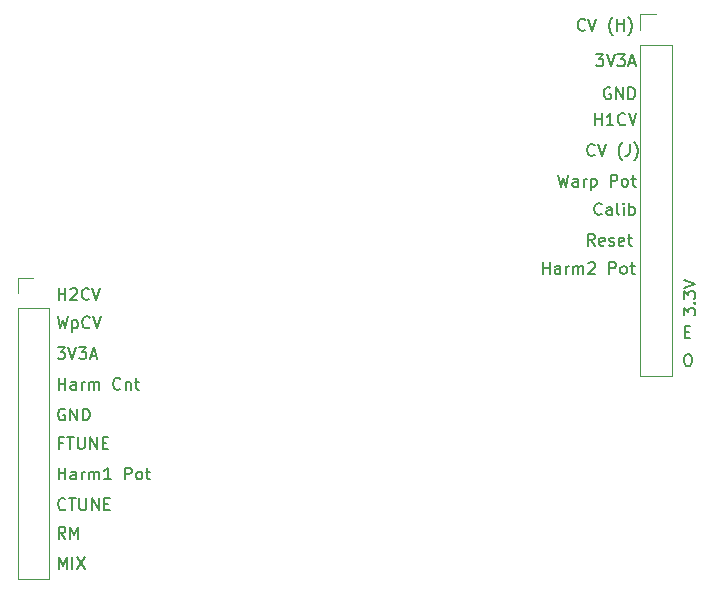
<source format=gbr>
G04 #@! TF.GenerationSoftware,KiCad,Pcbnew,(5.1.5)-3*
G04 #@! TF.CreationDate,2020-05-14T10:55:58+01:00*
G04 #@! TF.ProjectId,AddaTone Controls,41646461-546f-46e6-9520-436f6e74726f,rev?*
G04 #@! TF.SameCoordinates,Original*
G04 #@! TF.FileFunction,Legend,Top*
G04 #@! TF.FilePolarity,Positive*
%FSLAX46Y46*%
G04 Gerber Fmt 4.6, Leading zero omitted, Abs format (unit mm)*
G04 Created by KiCad (PCBNEW (5.1.5)-3) date 2020-05-14 10:55:58*
%MOMM*%
%LPD*%
G04 APERTURE LIST*
%ADD10C,0.150000*%
%ADD11C,0.120000*%
G04 APERTURE END LIST*
D10*
X104935595Y-102852380D02*
X104935595Y-101852380D01*
X104935595Y-102328571D02*
X105507023Y-102328571D01*
X105507023Y-102852380D02*
X105507023Y-101852380D01*
X105935595Y-101947619D02*
X105983214Y-101900000D01*
X106078452Y-101852380D01*
X106316547Y-101852380D01*
X106411785Y-101900000D01*
X106459404Y-101947619D01*
X106507023Y-102042857D01*
X106507023Y-102138095D01*
X106459404Y-102280952D01*
X105887976Y-102852380D01*
X106507023Y-102852380D01*
X107507023Y-102757142D02*
X107459404Y-102804761D01*
X107316547Y-102852380D01*
X107221309Y-102852380D01*
X107078452Y-102804761D01*
X106983214Y-102709523D01*
X106935595Y-102614285D01*
X106887976Y-102423809D01*
X106887976Y-102280952D01*
X106935595Y-102090476D01*
X106983214Y-101995238D01*
X107078452Y-101900000D01*
X107221309Y-101852380D01*
X107316547Y-101852380D01*
X107459404Y-101900000D01*
X107507023Y-101947619D01*
X107792738Y-101852380D02*
X108126071Y-102852380D01*
X108459404Y-101852380D01*
X147240357Y-92252380D02*
X147478452Y-93252380D01*
X147668928Y-92538095D01*
X147859404Y-93252380D01*
X148097500Y-92252380D01*
X148907023Y-93252380D02*
X148907023Y-92728571D01*
X148859404Y-92633333D01*
X148764166Y-92585714D01*
X148573690Y-92585714D01*
X148478452Y-92633333D01*
X148907023Y-93204761D02*
X148811785Y-93252380D01*
X148573690Y-93252380D01*
X148478452Y-93204761D01*
X148430833Y-93109523D01*
X148430833Y-93014285D01*
X148478452Y-92919047D01*
X148573690Y-92871428D01*
X148811785Y-92871428D01*
X148907023Y-92823809D01*
X149383214Y-93252380D02*
X149383214Y-92585714D01*
X149383214Y-92776190D02*
X149430833Y-92680952D01*
X149478452Y-92633333D01*
X149573690Y-92585714D01*
X149668928Y-92585714D01*
X150002261Y-92585714D02*
X150002261Y-93585714D01*
X150002261Y-92633333D02*
X150097500Y-92585714D01*
X150287976Y-92585714D01*
X150383214Y-92633333D01*
X150430833Y-92680952D01*
X150478452Y-92776190D01*
X150478452Y-93061904D01*
X150430833Y-93157142D01*
X150383214Y-93204761D01*
X150287976Y-93252380D01*
X150097500Y-93252380D01*
X150002261Y-93204761D01*
X151668928Y-93252380D02*
X151668928Y-92252380D01*
X152049880Y-92252380D01*
X152145119Y-92300000D01*
X152192738Y-92347619D01*
X152240357Y-92442857D01*
X152240357Y-92585714D01*
X152192738Y-92680952D01*
X152145119Y-92728571D01*
X152049880Y-92776190D01*
X151668928Y-92776190D01*
X152811785Y-93252380D02*
X152716547Y-93204761D01*
X152668928Y-93157142D01*
X152621309Y-93061904D01*
X152621309Y-92776190D01*
X152668928Y-92680952D01*
X152716547Y-92633333D01*
X152811785Y-92585714D01*
X152954642Y-92585714D01*
X153049880Y-92633333D01*
X153097500Y-92680952D01*
X153145119Y-92776190D01*
X153145119Y-93061904D01*
X153097500Y-93157142D01*
X153049880Y-93204761D01*
X152954642Y-93252380D01*
X152811785Y-93252380D01*
X153430833Y-92585714D02*
X153811785Y-92585714D01*
X153573690Y-92252380D02*
X153573690Y-93109523D01*
X153621309Y-93204761D01*
X153716547Y-93252380D01*
X153811785Y-93252380D01*
X104840357Y-106852380D02*
X105459404Y-106852380D01*
X105126071Y-107233333D01*
X105268928Y-107233333D01*
X105364166Y-107280952D01*
X105411785Y-107328571D01*
X105459404Y-107423809D01*
X105459404Y-107661904D01*
X105411785Y-107757142D01*
X105364166Y-107804761D01*
X105268928Y-107852380D01*
X104983214Y-107852380D01*
X104887976Y-107804761D01*
X104840357Y-107757142D01*
X105745119Y-106852380D02*
X106078452Y-107852380D01*
X106411785Y-106852380D01*
X106649880Y-106852380D02*
X107268928Y-106852380D01*
X106935595Y-107233333D01*
X107078452Y-107233333D01*
X107173690Y-107280952D01*
X107221309Y-107328571D01*
X107268928Y-107423809D01*
X107268928Y-107661904D01*
X107221309Y-107757142D01*
X107173690Y-107804761D01*
X107078452Y-107852380D01*
X106792738Y-107852380D01*
X106697500Y-107804761D01*
X106649880Y-107757142D01*
X107649880Y-107566666D02*
X108126071Y-107566666D01*
X107554642Y-107852380D02*
X107887976Y-106852380D01*
X108221309Y-107852380D01*
X104935595Y-125652380D02*
X104935595Y-124652380D01*
X105268928Y-125366666D01*
X105602261Y-124652380D01*
X105602261Y-125652380D01*
X106078452Y-125652380D02*
X106078452Y-124652380D01*
X106459404Y-124652380D02*
X107126071Y-125652380D01*
X107126071Y-124652380D02*
X106459404Y-125652380D01*
X105507023Y-123052380D02*
X105173690Y-122576190D01*
X104935595Y-123052380D02*
X104935595Y-122052380D01*
X105316547Y-122052380D01*
X105411785Y-122100000D01*
X105459404Y-122147619D01*
X105507023Y-122242857D01*
X105507023Y-122385714D01*
X105459404Y-122480952D01*
X105411785Y-122528571D01*
X105316547Y-122576190D01*
X104935595Y-122576190D01*
X105935595Y-123052380D02*
X105935595Y-122052380D01*
X106268928Y-122766666D01*
X106602261Y-122052380D01*
X106602261Y-123052380D01*
X105507023Y-120557142D02*
X105459404Y-120604761D01*
X105316547Y-120652380D01*
X105221309Y-120652380D01*
X105078452Y-120604761D01*
X104983214Y-120509523D01*
X104935595Y-120414285D01*
X104887976Y-120223809D01*
X104887976Y-120080952D01*
X104935595Y-119890476D01*
X104983214Y-119795238D01*
X105078452Y-119700000D01*
X105221309Y-119652380D01*
X105316547Y-119652380D01*
X105459404Y-119700000D01*
X105507023Y-119747619D01*
X105792738Y-119652380D02*
X106364166Y-119652380D01*
X106078452Y-120652380D02*
X106078452Y-119652380D01*
X106697500Y-119652380D02*
X106697500Y-120461904D01*
X106745119Y-120557142D01*
X106792738Y-120604761D01*
X106887976Y-120652380D01*
X107078452Y-120652380D01*
X107173690Y-120604761D01*
X107221309Y-120557142D01*
X107268928Y-120461904D01*
X107268928Y-119652380D01*
X107745119Y-120652380D02*
X107745119Y-119652380D01*
X108316547Y-120652380D01*
X108316547Y-119652380D01*
X108792738Y-120128571D02*
X109126071Y-120128571D01*
X109268928Y-120652380D02*
X108792738Y-120652380D01*
X108792738Y-119652380D01*
X109268928Y-119652380D01*
X104935595Y-118052380D02*
X104935595Y-117052380D01*
X104935595Y-117528571D02*
X105507023Y-117528571D01*
X105507023Y-118052380D02*
X105507023Y-117052380D01*
X106411785Y-118052380D02*
X106411785Y-117528571D01*
X106364166Y-117433333D01*
X106268928Y-117385714D01*
X106078452Y-117385714D01*
X105983214Y-117433333D01*
X106411785Y-118004761D02*
X106316547Y-118052380D01*
X106078452Y-118052380D01*
X105983214Y-118004761D01*
X105935595Y-117909523D01*
X105935595Y-117814285D01*
X105983214Y-117719047D01*
X106078452Y-117671428D01*
X106316547Y-117671428D01*
X106411785Y-117623809D01*
X106887976Y-118052380D02*
X106887976Y-117385714D01*
X106887976Y-117576190D02*
X106935595Y-117480952D01*
X106983214Y-117433333D01*
X107078452Y-117385714D01*
X107173690Y-117385714D01*
X107507023Y-118052380D02*
X107507023Y-117385714D01*
X107507023Y-117480952D02*
X107554642Y-117433333D01*
X107649880Y-117385714D01*
X107792738Y-117385714D01*
X107887976Y-117433333D01*
X107935595Y-117528571D01*
X107935595Y-118052380D01*
X107935595Y-117528571D02*
X107983214Y-117433333D01*
X108078452Y-117385714D01*
X108221309Y-117385714D01*
X108316547Y-117433333D01*
X108364166Y-117528571D01*
X108364166Y-118052380D01*
X109364166Y-118052380D02*
X108792738Y-118052380D01*
X109078452Y-118052380D02*
X109078452Y-117052380D01*
X108983214Y-117195238D01*
X108887976Y-117290476D01*
X108792738Y-117338095D01*
X110554642Y-118052380D02*
X110554642Y-117052380D01*
X110935595Y-117052380D01*
X111030833Y-117100000D01*
X111078452Y-117147619D01*
X111126071Y-117242857D01*
X111126071Y-117385714D01*
X111078452Y-117480952D01*
X111030833Y-117528571D01*
X110935595Y-117576190D01*
X110554642Y-117576190D01*
X111697500Y-118052380D02*
X111602261Y-118004761D01*
X111554642Y-117957142D01*
X111507023Y-117861904D01*
X111507023Y-117576190D01*
X111554642Y-117480952D01*
X111602261Y-117433333D01*
X111697500Y-117385714D01*
X111840357Y-117385714D01*
X111935595Y-117433333D01*
X111983214Y-117480952D01*
X112030833Y-117576190D01*
X112030833Y-117861904D01*
X111983214Y-117957142D01*
X111935595Y-118004761D01*
X111840357Y-118052380D01*
X111697500Y-118052380D01*
X112316547Y-117385714D02*
X112697500Y-117385714D01*
X112459404Y-117052380D02*
X112459404Y-117909523D01*
X112507023Y-118004761D01*
X112602261Y-118052380D01*
X112697500Y-118052380D01*
X105268928Y-114928571D02*
X104935595Y-114928571D01*
X104935595Y-115452380D02*
X104935595Y-114452380D01*
X105411785Y-114452380D01*
X105649880Y-114452380D02*
X106221309Y-114452380D01*
X105935595Y-115452380D02*
X105935595Y-114452380D01*
X106554642Y-114452380D02*
X106554642Y-115261904D01*
X106602261Y-115357142D01*
X106649880Y-115404761D01*
X106745119Y-115452380D01*
X106935595Y-115452380D01*
X107030833Y-115404761D01*
X107078452Y-115357142D01*
X107126071Y-115261904D01*
X107126071Y-114452380D01*
X107602261Y-115452380D02*
X107602261Y-114452380D01*
X108173690Y-115452380D01*
X108173690Y-114452380D01*
X108649880Y-114928571D02*
X108983214Y-114928571D01*
X109126071Y-115452380D02*
X108649880Y-115452380D01*
X108649880Y-114452380D01*
X109126071Y-114452380D01*
X105459404Y-112100000D02*
X105364166Y-112052380D01*
X105221309Y-112052380D01*
X105078452Y-112100000D01*
X104983214Y-112195238D01*
X104935595Y-112290476D01*
X104887976Y-112480952D01*
X104887976Y-112623809D01*
X104935595Y-112814285D01*
X104983214Y-112909523D01*
X105078452Y-113004761D01*
X105221309Y-113052380D01*
X105316547Y-113052380D01*
X105459404Y-113004761D01*
X105507023Y-112957142D01*
X105507023Y-112623809D01*
X105316547Y-112623809D01*
X105935595Y-113052380D02*
X105935595Y-112052380D01*
X106507023Y-113052380D01*
X106507023Y-112052380D01*
X106983214Y-113052380D02*
X106983214Y-112052380D01*
X107221309Y-112052380D01*
X107364166Y-112100000D01*
X107459404Y-112195238D01*
X107507023Y-112290476D01*
X107554642Y-112480952D01*
X107554642Y-112623809D01*
X107507023Y-112814285D01*
X107459404Y-112909523D01*
X107364166Y-113004761D01*
X107221309Y-113052380D01*
X106983214Y-113052380D01*
X104935595Y-110452380D02*
X104935595Y-109452380D01*
X104935595Y-109928571D02*
X105507023Y-109928571D01*
X105507023Y-110452380D02*
X105507023Y-109452380D01*
X106411785Y-110452380D02*
X106411785Y-109928571D01*
X106364166Y-109833333D01*
X106268928Y-109785714D01*
X106078452Y-109785714D01*
X105983214Y-109833333D01*
X106411785Y-110404761D02*
X106316547Y-110452380D01*
X106078452Y-110452380D01*
X105983214Y-110404761D01*
X105935595Y-110309523D01*
X105935595Y-110214285D01*
X105983214Y-110119047D01*
X106078452Y-110071428D01*
X106316547Y-110071428D01*
X106411785Y-110023809D01*
X106887976Y-110452380D02*
X106887976Y-109785714D01*
X106887976Y-109976190D02*
X106935595Y-109880952D01*
X106983214Y-109833333D01*
X107078452Y-109785714D01*
X107173690Y-109785714D01*
X107507023Y-110452380D02*
X107507023Y-109785714D01*
X107507023Y-109880952D02*
X107554642Y-109833333D01*
X107649880Y-109785714D01*
X107792738Y-109785714D01*
X107887976Y-109833333D01*
X107935595Y-109928571D01*
X107935595Y-110452380D01*
X107935595Y-109928571D02*
X107983214Y-109833333D01*
X108078452Y-109785714D01*
X108221309Y-109785714D01*
X108316547Y-109833333D01*
X108364166Y-109928571D01*
X108364166Y-110452380D01*
X110173690Y-110357142D02*
X110126071Y-110404761D01*
X109983214Y-110452380D01*
X109887976Y-110452380D01*
X109745119Y-110404761D01*
X109649880Y-110309523D01*
X109602261Y-110214285D01*
X109554642Y-110023809D01*
X109554642Y-109880952D01*
X109602261Y-109690476D01*
X109649880Y-109595238D01*
X109745119Y-109500000D01*
X109887976Y-109452380D01*
X109983214Y-109452380D01*
X110126071Y-109500000D01*
X110173690Y-109547619D01*
X110602261Y-109785714D02*
X110602261Y-110452380D01*
X110602261Y-109880952D02*
X110649880Y-109833333D01*
X110745119Y-109785714D01*
X110887976Y-109785714D01*
X110983214Y-109833333D01*
X111030833Y-109928571D01*
X111030833Y-110452380D01*
X111364166Y-109785714D02*
X111745119Y-109785714D01*
X111507023Y-109452380D02*
X111507023Y-110309523D01*
X111554642Y-110404761D01*
X111649880Y-110452380D01*
X111745119Y-110452380D01*
X158126071Y-107452380D02*
X158316547Y-107452380D01*
X158411785Y-107500000D01*
X158507023Y-107595238D01*
X158554642Y-107785714D01*
X158554642Y-108119047D01*
X158507023Y-108309523D01*
X158411785Y-108404761D01*
X158316547Y-108452380D01*
X158126071Y-108452380D01*
X158030833Y-108404761D01*
X157935595Y-108309523D01*
X157887976Y-108119047D01*
X157887976Y-107785714D01*
X157935595Y-107595238D01*
X158030833Y-107500000D01*
X158126071Y-107452380D01*
X157935595Y-105528571D02*
X158268928Y-105528571D01*
X158411785Y-106052380D02*
X157935595Y-106052380D01*
X157935595Y-105052380D01*
X158411785Y-105052380D01*
X150907023Y-95557142D02*
X150859404Y-95604761D01*
X150716547Y-95652380D01*
X150621309Y-95652380D01*
X150478452Y-95604761D01*
X150383214Y-95509523D01*
X150335595Y-95414285D01*
X150287976Y-95223809D01*
X150287976Y-95080952D01*
X150335595Y-94890476D01*
X150383214Y-94795238D01*
X150478452Y-94700000D01*
X150621309Y-94652380D01*
X150716547Y-94652380D01*
X150859404Y-94700000D01*
X150907023Y-94747619D01*
X151764166Y-95652380D02*
X151764166Y-95128571D01*
X151716547Y-95033333D01*
X151621309Y-94985714D01*
X151430833Y-94985714D01*
X151335595Y-95033333D01*
X151764166Y-95604761D02*
X151668928Y-95652380D01*
X151430833Y-95652380D01*
X151335595Y-95604761D01*
X151287976Y-95509523D01*
X151287976Y-95414285D01*
X151335595Y-95319047D01*
X151430833Y-95271428D01*
X151668928Y-95271428D01*
X151764166Y-95223809D01*
X152383214Y-95652380D02*
X152287976Y-95604761D01*
X152240357Y-95509523D01*
X152240357Y-94652380D01*
X152764166Y-95652380D02*
X152764166Y-94985714D01*
X152764166Y-94652380D02*
X152716547Y-94700000D01*
X152764166Y-94747619D01*
X152811785Y-94700000D01*
X152764166Y-94652380D01*
X152764166Y-94747619D01*
X153240357Y-95652380D02*
X153240357Y-94652380D01*
X153240357Y-95033333D02*
X153335595Y-94985714D01*
X153526071Y-94985714D01*
X153621309Y-95033333D01*
X153668928Y-95080952D01*
X153716547Y-95176190D01*
X153716547Y-95461904D01*
X153668928Y-95557142D01*
X153621309Y-95604761D01*
X153526071Y-95652380D01*
X153335595Y-95652380D01*
X153240357Y-95604761D01*
X145935595Y-100652380D02*
X145935595Y-99652380D01*
X145935595Y-100128571D02*
X146507023Y-100128571D01*
X146507023Y-100652380D02*
X146507023Y-99652380D01*
X147411785Y-100652380D02*
X147411785Y-100128571D01*
X147364166Y-100033333D01*
X147268928Y-99985714D01*
X147078452Y-99985714D01*
X146983214Y-100033333D01*
X147411785Y-100604761D02*
X147316547Y-100652380D01*
X147078452Y-100652380D01*
X146983214Y-100604761D01*
X146935595Y-100509523D01*
X146935595Y-100414285D01*
X146983214Y-100319047D01*
X147078452Y-100271428D01*
X147316547Y-100271428D01*
X147411785Y-100223809D01*
X147887976Y-100652380D02*
X147887976Y-99985714D01*
X147887976Y-100176190D02*
X147935595Y-100080952D01*
X147983214Y-100033333D01*
X148078452Y-99985714D01*
X148173690Y-99985714D01*
X148507023Y-100652380D02*
X148507023Y-99985714D01*
X148507023Y-100080952D02*
X148554642Y-100033333D01*
X148649880Y-99985714D01*
X148792738Y-99985714D01*
X148887976Y-100033333D01*
X148935595Y-100128571D01*
X148935595Y-100652380D01*
X148935595Y-100128571D02*
X148983214Y-100033333D01*
X149078452Y-99985714D01*
X149221309Y-99985714D01*
X149316547Y-100033333D01*
X149364166Y-100128571D01*
X149364166Y-100652380D01*
X149792738Y-99747619D02*
X149840357Y-99700000D01*
X149935595Y-99652380D01*
X150173690Y-99652380D01*
X150268928Y-99700000D01*
X150316547Y-99747619D01*
X150364166Y-99842857D01*
X150364166Y-99938095D01*
X150316547Y-100080952D01*
X149745119Y-100652380D01*
X150364166Y-100652380D01*
X151554642Y-100652380D02*
X151554642Y-99652380D01*
X151935595Y-99652380D01*
X152030833Y-99700000D01*
X152078452Y-99747619D01*
X152126071Y-99842857D01*
X152126071Y-99985714D01*
X152078452Y-100080952D01*
X152030833Y-100128571D01*
X151935595Y-100176190D01*
X151554642Y-100176190D01*
X152697500Y-100652380D02*
X152602261Y-100604761D01*
X152554642Y-100557142D01*
X152507023Y-100461904D01*
X152507023Y-100176190D01*
X152554642Y-100080952D01*
X152602261Y-100033333D01*
X152697500Y-99985714D01*
X152840357Y-99985714D01*
X152935595Y-100033333D01*
X152983214Y-100080952D01*
X153030833Y-100176190D01*
X153030833Y-100461904D01*
X152983214Y-100557142D01*
X152935595Y-100604761D01*
X152840357Y-100652380D01*
X152697500Y-100652380D01*
X153316547Y-99985714D02*
X153697500Y-99985714D01*
X153459404Y-99652380D02*
X153459404Y-100509523D01*
X153507023Y-100604761D01*
X153602261Y-100652380D01*
X153697500Y-100652380D01*
X150307023Y-98252380D02*
X149973690Y-97776190D01*
X149735595Y-98252380D02*
X149735595Y-97252380D01*
X150116547Y-97252380D01*
X150211785Y-97300000D01*
X150259404Y-97347619D01*
X150307023Y-97442857D01*
X150307023Y-97585714D01*
X150259404Y-97680952D01*
X150211785Y-97728571D01*
X150116547Y-97776190D01*
X149735595Y-97776190D01*
X151116547Y-98204761D02*
X151021309Y-98252380D01*
X150830833Y-98252380D01*
X150735595Y-98204761D01*
X150687976Y-98109523D01*
X150687976Y-97728571D01*
X150735595Y-97633333D01*
X150830833Y-97585714D01*
X151021309Y-97585714D01*
X151116547Y-97633333D01*
X151164166Y-97728571D01*
X151164166Y-97823809D01*
X150687976Y-97919047D01*
X151545119Y-98204761D02*
X151640357Y-98252380D01*
X151830833Y-98252380D01*
X151926071Y-98204761D01*
X151973690Y-98109523D01*
X151973690Y-98061904D01*
X151926071Y-97966666D01*
X151830833Y-97919047D01*
X151687976Y-97919047D01*
X151592738Y-97871428D01*
X151545119Y-97776190D01*
X151545119Y-97728571D01*
X151592738Y-97633333D01*
X151687976Y-97585714D01*
X151830833Y-97585714D01*
X151926071Y-97633333D01*
X152783214Y-98204761D02*
X152687976Y-98252380D01*
X152497500Y-98252380D01*
X152402261Y-98204761D01*
X152354642Y-98109523D01*
X152354642Y-97728571D01*
X152402261Y-97633333D01*
X152497500Y-97585714D01*
X152687976Y-97585714D01*
X152783214Y-97633333D01*
X152830833Y-97728571D01*
X152830833Y-97823809D01*
X152354642Y-97919047D01*
X153116547Y-97585714D02*
X153497500Y-97585714D01*
X153259404Y-97252380D02*
X153259404Y-98109523D01*
X153307023Y-98204761D01*
X153402261Y-98252380D01*
X153497500Y-98252380D01*
X157852380Y-104159642D02*
X157852380Y-103540595D01*
X158233333Y-103873928D01*
X158233333Y-103731071D01*
X158280952Y-103635833D01*
X158328571Y-103588214D01*
X158423809Y-103540595D01*
X158661904Y-103540595D01*
X158757142Y-103588214D01*
X158804761Y-103635833D01*
X158852380Y-103731071D01*
X158852380Y-104016785D01*
X158804761Y-104112023D01*
X158757142Y-104159642D01*
X158757142Y-103112023D02*
X158804761Y-103064404D01*
X158852380Y-103112023D01*
X158804761Y-103159642D01*
X158757142Y-103112023D01*
X158852380Y-103112023D01*
X157852380Y-102731071D02*
X157852380Y-102112023D01*
X158233333Y-102445357D01*
X158233333Y-102302500D01*
X158280952Y-102207261D01*
X158328571Y-102159642D01*
X158423809Y-102112023D01*
X158661904Y-102112023D01*
X158757142Y-102159642D01*
X158804761Y-102207261D01*
X158852380Y-102302500D01*
X158852380Y-102588214D01*
X158804761Y-102683452D01*
X158757142Y-102731071D01*
X157852380Y-101826309D02*
X158852380Y-101492976D01*
X157852380Y-101159642D01*
X104840357Y-104252380D02*
X105078452Y-105252380D01*
X105268928Y-104538095D01*
X105459404Y-105252380D01*
X105697500Y-104252380D01*
X106078452Y-104585714D02*
X106078452Y-105585714D01*
X106078452Y-104633333D02*
X106173690Y-104585714D01*
X106364166Y-104585714D01*
X106459404Y-104633333D01*
X106507023Y-104680952D01*
X106554642Y-104776190D01*
X106554642Y-105061904D01*
X106507023Y-105157142D01*
X106459404Y-105204761D01*
X106364166Y-105252380D01*
X106173690Y-105252380D01*
X106078452Y-105204761D01*
X107554642Y-105157142D02*
X107507023Y-105204761D01*
X107364166Y-105252380D01*
X107268928Y-105252380D01*
X107126071Y-105204761D01*
X107030833Y-105109523D01*
X106983214Y-105014285D01*
X106935595Y-104823809D01*
X106935595Y-104680952D01*
X106983214Y-104490476D01*
X107030833Y-104395238D01*
X107126071Y-104300000D01*
X107268928Y-104252380D01*
X107364166Y-104252380D01*
X107507023Y-104300000D01*
X107554642Y-104347619D01*
X107840357Y-104252380D02*
X108173690Y-105252380D01*
X108507023Y-104252380D01*
X150307023Y-90557142D02*
X150259404Y-90604761D01*
X150116547Y-90652380D01*
X150021309Y-90652380D01*
X149878452Y-90604761D01*
X149783214Y-90509523D01*
X149735595Y-90414285D01*
X149687976Y-90223809D01*
X149687976Y-90080952D01*
X149735595Y-89890476D01*
X149783214Y-89795238D01*
X149878452Y-89700000D01*
X150021309Y-89652380D01*
X150116547Y-89652380D01*
X150259404Y-89700000D01*
X150307023Y-89747619D01*
X150592738Y-89652380D02*
X150926071Y-90652380D01*
X151259404Y-89652380D01*
X152640357Y-91033333D02*
X152592738Y-90985714D01*
X152497500Y-90842857D01*
X152449880Y-90747619D01*
X152402261Y-90604761D01*
X152354642Y-90366666D01*
X152354642Y-90176190D01*
X152402261Y-89938095D01*
X152449880Y-89795238D01*
X152497500Y-89700000D01*
X152592738Y-89557142D01*
X152640357Y-89509523D01*
X153307023Y-89652380D02*
X153307023Y-90366666D01*
X153259404Y-90509523D01*
X153164166Y-90604761D01*
X153021309Y-90652380D01*
X152926071Y-90652380D01*
X153687976Y-91033333D02*
X153735595Y-90985714D01*
X153830833Y-90842857D01*
X153878452Y-90747619D01*
X153926071Y-90604761D01*
X153973690Y-90366666D01*
X153973690Y-90176190D01*
X153926071Y-89938095D01*
X153878452Y-89795238D01*
X153830833Y-89700000D01*
X153735595Y-89557142D01*
X153687976Y-89509523D01*
X150335595Y-88052380D02*
X150335595Y-87052380D01*
X150335595Y-87528571D02*
X150907023Y-87528571D01*
X150907023Y-88052380D02*
X150907023Y-87052380D01*
X151907023Y-88052380D02*
X151335595Y-88052380D01*
X151621309Y-88052380D02*
X151621309Y-87052380D01*
X151526071Y-87195238D01*
X151430833Y-87290476D01*
X151335595Y-87338095D01*
X152907023Y-87957142D02*
X152859404Y-88004761D01*
X152716547Y-88052380D01*
X152621309Y-88052380D01*
X152478452Y-88004761D01*
X152383214Y-87909523D01*
X152335595Y-87814285D01*
X152287976Y-87623809D01*
X152287976Y-87480952D01*
X152335595Y-87290476D01*
X152383214Y-87195238D01*
X152478452Y-87100000D01*
X152621309Y-87052380D01*
X152716547Y-87052380D01*
X152859404Y-87100000D01*
X152907023Y-87147619D01*
X153192738Y-87052380D02*
X153526071Y-88052380D01*
X153859404Y-87052380D01*
X151659404Y-84900000D02*
X151564166Y-84852380D01*
X151421309Y-84852380D01*
X151278452Y-84900000D01*
X151183214Y-84995238D01*
X151135595Y-85090476D01*
X151087976Y-85280952D01*
X151087976Y-85423809D01*
X151135595Y-85614285D01*
X151183214Y-85709523D01*
X151278452Y-85804761D01*
X151421309Y-85852380D01*
X151516547Y-85852380D01*
X151659404Y-85804761D01*
X151707023Y-85757142D01*
X151707023Y-85423809D01*
X151516547Y-85423809D01*
X152135595Y-85852380D02*
X152135595Y-84852380D01*
X152707023Y-85852380D01*
X152707023Y-84852380D01*
X153183214Y-85852380D02*
X153183214Y-84852380D01*
X153421309Y-84852380D01*
X153564166Y-84900000D01*
X153659404Y-84995238D01*
X153707023Y-85090476D01*
X153754642Y-85280952D01*
X153754642Y-85423809D01*
X153707023Y-85614285D01*
X153659404Y-85709523D01*
X153564166Y-85804761D01*
X153421309Y-85852380D01*
X153183214Y-85852380D01*
X150440357Y-82052380D02*
X151059404Y-82052380D01*
X150726071Y-82433333D01*
X150868928Y-82433333D01*
X150964166Y-82480952D01*
X151011785Y-82528571D01*
X151059404Y-82623809D01*
X151059404Y-82861904D01*
X151011785Y-82957142D01*
X150964166Y-83004761D01*
X150868928Y-83052380D01*
X150583214Y-83052380D01*
X150487976Y-83004761D01*
X150440357Y-82957142D01*
X151345119Y-82052380D02*
X151678452Y-83052380D01*
X152011785Y-82052380D01*
X152249880Y-82052380D02*
X152868928Y-82052380D01*
X152535595Y-82433333D01*
X152678452Y-82433333D01*
X152773690Y-82480952D01*
X152821309Y-82528571D01*
X152868928Y-82623809D01*
X152868928Y-82861904D01*
X152821309Y-82957142D01*
X152773690Y-83004761D01*
X152678452Y-83052380D01*
X152392738Y-83052380D01*
X152297500Y-83004761D01*
X152249880Y-82957142D01*
X153249880Y-82766666D02*
X153726071Y-82766666D01*
X153154642Y-83052380D02*
X153487976Y-82052380D01*
X153821309Y-83052380D01*
X149507023Y-79957142D02*
X149459404Y-80004761D01*
X149316547Y-80052380D01*
X149221309Y-80052380D01*
X149078452Y-80004761D01*
X148983214Y-79909523D01*
X148935595Y-79814285D01*
X148887976Y-79623809D01*
X148887976Y-79480952D01*
X148935595Y-79290476D01*
X148983214Y-79195238D01*
X149078452Y-79100000D01*
X149221309Y-79052380D01*
X149316547Y-79052380D01*
X149459404Y-79100000D01*
X149507023Y-79147619D01*
X149792738Y-79052380D02*
X150126071Y-80052380D01*
X150459404Y-79052380D01*
X151840357Y-80433333D02*
X151792738Y-80385714D01*
X151697500Y-80242857D01*
X151649880Y-80147619D01*
X151602261Y-80004761D01*
X151554642Y-79766666D01*
X151554642Y-79576190D01*
X151602261Y-79338095D01*
X151649880Y-79195238D01*
X151697500Y-79100000D01*
X151792738Y-78957142D01*
X151840357Y-78909523D01*
X152221309Y-80052380D02*
X152221309Y-79052380D01*
X152221309Y-79528571D02*
X152792738Y-79528571D01*
X152792738Y-80052380D02*
X152792738Y-79052380D01*
X153173690Y-80433333D02*
X153221309Y-80385714D01*
X153316547Y-80242857D01*
X153364166Y-80147619D01*
X153411785Y-80004761D01*
X153459404Y-79766666D01*
X153459404Y-79576190D01*
X153411785Y-79338095D01*
X153364166Y-79195238D01*
X153316547Y-79100000D01*
X153221309Y-78957142D01*
X153173690Y-78909523D01*
D11*
X154170000Y-109270000D02*
X156830000Y-109270000D01*
X154170000Y-81270000D02*
X154170000Y-109270000D01*
X156830000Y-81270000D02*
X156830000Y-109270000D01*
X154170000Y-81270000D02*
X156830000Y-81270000D01*
X154170000Y-80000000D02*
X154170000Y-78670000D01*
X154170000Y-78670000D02*
X155500000Y-78670000D01*
X101470000Y-126490000D02*
X104130000Y-126490000D01*
X101470000Y-103570000D02*
X101470000Y-126490000D01*
X104130000Y-103570000D02*
X104130000Y-126490000D01*
X101470000Y-103570000D02*
X104130000Y-103570000D01*
X101470000Y-102300000D02*
X101470000Y-100970000D01*
X101470000Y-100970000D02*
X102800000Y-100970000D01*
M02*

</source>
